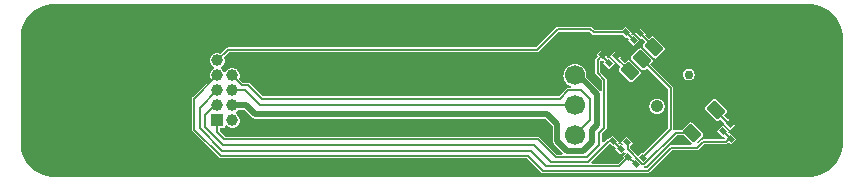
<source format=gtl>
G04*
G04 #@! TF.GenerationSoftware,Altium Limited,Altium Designer,22.10.1 (41)*
G04*
G04 Layer_Physical_Order=1*
G04 Layer_Color=255*
%FSLAX43Y43*%
%MOMM*%
G71*
G04*
G04 #@! TF.SameCoordinates,A06D47DE-3B52-4099-82B1-BC196321E02B*
G04*
G04*
G04 #@! TF.FilePolarity,Positive*
G04*
G01*
G75*
%ADD10C,0.200*%
G04:AMPARAMS|DCode=12|XSize=0.48mm|YSize=0.38mm|CornerRadius=0mm|HoleSize=0mm|Usage=FLASHONLY|Rotation=135.000|XOffset=0mm|YOffset=0mm|HoleType=Round|Shape=Rectangle|*
%AMROTATEDRECTD12*
4,1,4,0.304,-0.035,0.035,-0.304,-0.304,0.035,-0.035,0.304,0.304,-0.035,0.0*
%
%ADD12ROTATEDRECTD12*%

G04:AMPARAMS|DCode=13|XSize=2mm|YSize=1.8mm|CornerRadius=0.045mm|HoleSize=0mm|Usage=FLASHONLY|Rotation=315.000|XOffset=0mm|YOffset=0mm|HoleType=Round|Shape=RoundedRectangle|*
%AMROUNDEDRECTD13*
21,1,2.000,1.710,0,0,315.0*
21,1,1.910,1.800,0,0,315.0*
1,1,0.090,0.071,-1.280*
1,1,0.090,-1.280,0.071*
1,1,0.090,-0.071,1.280*
1,1,0.090,1.280,-0.071*
%
%ADD13ROUNDEDRECTD13*%
G04:AMPARAMS|DCode=14|XSize=1.35mm|YSize=1mm|CornerRadius=0.05mm|HoleSize=0mm|Usage=FLASHONLY|Rotation=315.000|XOffset=0mm|YOffset=0mm|HoleType=Round|Shape=RoundedRectangle|*
%AMROUNDEDRECTD14*
21,1,1.350,0.900,0,0,315.0*
21,1,1.250,1.000,0,0,315.0*
1,1,0.100,0.124,-0.760*
1,1,0.100,-0.760,0.124*
1,1,0.100,-0.124,0.760*
1,1,0.100,0.760,-0.124*
%
%ADD14ROUNDEDRECTD14*%
%ADD25C,0.500*%
%ADD26C,0.150*%
%ADD27C,0.350*%
%ADD28C,7.400*%
%ADD29C,1.000*%
%ADD30R,1.000X1.000*%
%ADD31C,0.750*%
%ADD32C,1.050*%
%ADD33C,1.700*%
G04:AMPARAMS|DCode=34|XSize=1.7mm|YSize=1.7mm|CornerRadius=0.17mm|HoleSize=0mm|Usage=FLASHONLY|Rotation=180.000|XOffset=0mm|YOffset=0mm|HoleType=Round|Shape=RoundedRectangle|*
%AMROUNDEDRECTD34*
21,1,1.700,1.360,0,0,180.0*
21,1,1.360,1.700,0,0,180.0*
1,1,0.340,-0.680,0.680*
1,1,0.340,0.680,0.680*
1,1,0.340,0.680,-0.680*
1,1,0.340,-0.680,-0.680*
%
%ADD34ROUNDEDRECTD34*%
%ADD35C,0.600*%
G36*
X67547Y14748D02*
X67901Y14653D01*
X68239Y14513D01*
X68557Y14330D01*
X68848Y14107D01*
X69107Y13848D01*
X69330Y13557D01*
X69513Y13239D01*
X69653Y12901D01*
X69748Y12547D01*
X69796Y12183D01*
Y12000D01*
Y3000D01*
Y2817D01*
X69748Y2453D01*
X69653Y2099D01*
X69513Y1761D01*
X69330Y1443D01*
X69107Y1152D01*
X68848Y893D01*
X68557Y670D01*
X68239Y487D01*
X67901Y347D01*
X67547Y252D01*
X67183Y204D01*
X2817D01*
X2453Y252D01*
X2099Y347D01*
X1761Y487D01*
X1443Y670D01*
X1152Y893D01*
X893Y1152D01*
X670Y1443D01*
X487Y1761D01*
X347Y2099D01*
X252Y2453D01*
X204Y2817D01*
Y3000D01*
Y12000D01*
Y12183D01*
X252Y12547D01*
X347Y12901D01*
X487Y13239D01*
X670Y13557D01*
X893Y13848D01*
X1152Y14107D01*
X1443Y14330D01*
X1761Y14513D01*
X2099Y14653D01*
X2453Y14748D01*
X2817Y14796D01*
X67183D01*
X67547Y14748D01*
D02*
G37*
%LPC*%
G36*
X51427Y12893D02*
X51147Y12613D01*
X48798D01*
X48594Y12817D01*
X48564Y12842D01*
X48529Y12860D01*
X48491Y12872D01*
X48452Y12876D01*
X45675D01*
X45635Y12872D01*
X45598Y12860D01*
X45563Y12842D01*
X45532Y12817D01*
X43861Y11145D01*
X17769D01*
X17730Y11141D01*
X17692Y11129D01*
X17657Y11111D01*
X17627Y11086D01*
X17141Y10601D01*
X17105Y10618D01*
X17038Y10642D01*
X16970Y10657D01*
X16900Y10665D01*
X16830D01*
X16760Y10657D01*
X16692Y10642D01*
X16625Y10618D01*
X16562Y10588D01*
X16503Y10551D01*
X16448Y10507D01*
X16398Y10457D01*
X16354Y10402D01*
X16317Y10343D01*
X16287Y10280D01*
X16263Y10213D01*
X16248Y10145D01*
X16240Y10075D01*
Y10005D01*
X16248Y9935D01*
X16263Y9867D01*
X16287Y9800D01*
X16317Y9737D01*
X16354Y9678D01*
X16398Y9623D01*
X16448Y9573D01*
X16503Y9529D01*
X16562Y9492D01*
X16573Y9487D01*
X16578Y9473D01*
Y9337D01*
X16573Y9323D01*
X16562Y9318D01*
X16503Y9281D01*
X16448Y9237D01*
X16398Y9187D01*
X16354Y9132D01*
X16317Y9073D01*
X16287Y9010D01*
X16263Y8943D01*
X16248Y8875D01*
X16240Y8805D01*
Y8735D01*
X16248Y8665D01*
X16263Y8597D01*
X16287Y8530D01*
X16304Y8494D01*
X14764Y6953D01*
X14739Y6923D01*
X14720Y6888D01*
X14709Y6850D01*
X14705Y6811D01*
Y4194D01*
X14709Y4155D01*
X14720Y4117D01*
X14739Y4082D01*
X14764Y4052D01*
X17010Y1806D01*
X17040Y1781D01*
X17075Y1763D01*
X17112Y1751D01*
X17152Y1747D01*
X43103D01*
X44269Y581D01*
X44299Y556D01*
X44334Y538D01*
X44372Y526D01*
X44411Y522D01*
X53326D01*
X53366Y526D01*
X53403Y538D01*
X53438Y556D01*
X53468Y581D01*
X55348Y2461D01*
X57495D01*
X57535Y2465D01*
X57572Y2476D01*
X57607Y2495D01*
X57637Y2520D01*
X58071Y2954D01*
X59902D01*
X59941Y2958D01*
X59979Y2969D01*
X60013Y2988D01*
X60044Y3013D01*
X60163Y3132D01*
X60356Y2940D01*
X60802Y3385D01*
X60285Y3902D01*
X60205Y3821D01*
X60071Y3955D01*
X60152Y4035D01*
X59635Y4552D01*
X59190Y4106D01*
X59706Y3590D01*
X59706D01*
X59831Y3503D01*
X59813Y3432D01*
X59731Y3356D01*
X57988D01*
X57949Y3352D01*
X57911Y3341D01*
X57877Y3322D01*
X57846Y3297D01*
X57519Y2970D01*
X57514Y2971D01*
X57466Y3136D01*
X57941Y3610D01*
X57963Y3637D01*
X57979Y3667D01*
X57989Y3700D01*
X57992Y3735D01*
X57989Y3769D01*
X57979Y3802D01*
X57963Y3832D01*
X57941Y3859D01*
X57057Y4743D01*
X57030Y4765D01*
X57000Y4781D01*
X56967Y4791D01*
X56933Y4794D01*
X56898Y4791D01*
X56865Y4781D01*
X56835Y4765D01*
X56808Y4743D01*
X56198Y4133D01*
X55662D01*
X55622Y4129D01*
X55585Y4118D01*
X55556Y4128D01*
X55484Y4176D01*
X55452Y4213D01*
Y7679D01*
X55448Y7718D01*
X55437Y7756D01*
X55418Y7790D01*
X55393Y7821D01*
X53504Y9710D01*
X53681Y9886D01*
X53702Y9913D01*
X53719Y9943D01*
X53729Y9976D01*
X53732Y10010D01*
X53729Y10045D01*
X53719Y10078D01*
X53702Y10108D01*
X53681Y10135D01*
X52797Y11018D01*
X52770Y11040D01*
X52740Y11057D01*
X52707Y11067D01*
X52672Y11070D01*
X52638Y11067D01*
X52605Y11057D01*
X52575Y11040D01*
X52548Y11018D01*
X51912Y10382D01*
X51890Y10355D01*
X51873Y10325D01*
X51863Y10292D01*
X51860Y10258D01*
X51863Y10223D01*
X51873Y10190D01*
X51890Y10160D01*
X51912Y10133D01*
X52795Y9249D01*
X52822Y9228D01*
X52852Y9211D01*
X52885Y9201D01*
X52920Y9198D01*
X52954Y9201D01*
X52987Y9211D01*
X53017Y9228D01*
X53044Y9249D01*
X53220Y9426D01*
X55050Y7595D01*
Y4289D01*
X52942Y2181D01*
X52825Y2297D01*
X52463Y1936D01*
X51795Y2604D01*
Y2829D01*
X52039Y3073D01*
X51523Y3589D01*
X51078Y3144D01*
X51300Y2922D01*
X51297Y2910D01*
X51135Y2861D01*
X50965Y3031D01*
X50884Y2950D01*
X50750Y3084D01*
X50831Y3165D01*
X50315Y3681D01*
X50070Y3436D01*
X50027D01*
X49987Y3432D01*
X49950Y3421D01*
X49915Y3402D01*
X49885Y3377D01*
X49564Y3057D01*
X49414Y3119D01*
Y3830D01*
X49780Y4196D01*
X49805Y4226D01*
X49824Y4261D01*
X49835Y4299D01*
X49839Y4338D01*
Y8412D01*
X49835Y8451D01*
X49824Y8489D01*
X49805Y8524D01*
X49780Y8554D01*
X49251Y9083D01*
Y9967D01*
X49392Y10039D01*
X49449Y9982D01*
X49521Y10054D01*
X49629Y9945D01*
X49540Y9856D01*
X50056Y9340D01*
X50502Y9785D01*
X49985Y10302D01*
X49913Y10229D01*
X49805Y10338D01*
X49894Y10427D01*
X49378Y10943D01*
X48932Y10498D01*
X49048Y10382D01*
X48908Y10241D01*
X48883Y10211D01*
X48864Y10176D01*
X48853Y10138D01*
X48849Y10099D01*
Y9000D01*
X48853Y8961D01*
X48864Y8923D01*
X48883Y8888D01*
X48908Y8858D01*
X49437Y8329D01*
Y7517D01*
X49363Y7476D01*
X49287Y7465D01*
X49273Y7482D01*
X48108Y8647D01*
X48115Y8727D01*
Y8813D01*
X48108Y8897D01*
X48093Y8981D01*
X48071Y9063D01*
X48042Y9143D01*
X48006Y9221D01*
X47963Y9294D01*
X47914Y9364D01*
X47860Y9429D01*
X47799Y9490D01*
X47734Y9544D01*
X47664Y9593D01*
X47591Y9636D01*
X47513Y9672D01*
X47433Y9701D01*
X47351Y9723D01*
X47267Y9738D01*
X47183Y9745D01*
X47097D01*
X47013Y9738D01*
X46929Y9723D01*
X46847Y9701D01*
X46767Y9672D01*
X46689Y9636D01*
X46616Y9593D01*
X46546Y9544D01*
X46481Y9490D01*
X46420Y9429D01*
X46366Y9364D01*
X46317Y9294D01*
X46274Y9221D01*
X46238Y9143D01*
X46209Y9063D01*
X46187Y8981D01*
X46172Y8897D01*
X46165Y8813D01*
Y8727D01*
X46172Y8643D01*
X46187Y8559D01*
X46209Y8477D01*
X46238Y8397D01*
X46274Y8319D01*
X46317Y8246D01*
X46366Y8176D01*
X46420Y8111D01*
X46481Y8050D01*
X46546Y7996D01*
X46616Y7947D01*
X46689Y7904D01*
X46767Y7868D01*
X46814Y7851D01*
X46788Y7701D01*
X46550D01*
X46511Y7697D01*
X46473Y7686D01*
X46438Y7667D01*
X46408Y7642D01*
X45767Y7001D01*
X20701D01*
X19589Y8113D01*
X19558Y8138D01*
X19523Y8156D01*
X19486Y8168D01*
X19446Y8172D01*
X19017D01*
X18696Y8494D01*
X18713Y8530D01*
X18737Y8597D01*
X18752Y8665D01*
X18760Y8735D01*
Y8805D01*
X18752Y8875D01*
X18737Y8943D01*
X18713Y9010D01*
X18683Y9073D01*
X18646Y9132D01*
X18602Y9187D01*
X18552Y9237D01*
X18497Y9281D01*
X18438Y9318D01*
X18375Y9348D01*
X18308Y9372D01*
X18240Y9387D01*
X18170Y9395D01*
X18100D01*
X18030Y9387D01*
X17962Y9372D01*
X17895Y9348D01*
X17832Y9318D01*
X17773Y9281D01*
X17718Y9237D01*
X17668Y9187D01*
X17624Y9132D01*
X17587Y9073D01*
X17582Y9062D01*
X17568Y9057D01*
X17432D01*
X17418Y9062D01*
X17413Y9073D01*
X17376Y9132D01*
X17332Y9187D01*
X17282Y9237D01*
X17227Y9281D01*
X17168Y9318D01*
X17157Y9323D01*
X17152Y9337D01*
Y9473D01*
X17157Y9487D01*
X17168Y9492D01*
X17227Y9529D01*
X17282Y9573D01*
X17332Y9623D01*
X17376Y9678D01*
X17413Y9737D01*
X17443Y9800D01*
X17467Y9867D01*
X17482Y9935D01*
X17490Y10005D01*
Y10075D01*
X17482Y10145D01*
X17467Y10213D01*
X17443Y10280D01*
X17426Y10316D01*
X17852Y10743D01*
X43944D01*
X43983Y10747D01*
X44021Y10758D01*
X44055Y10777D01*
X44086Y10802D01*
X45758Y12474D01*
X48369D01*
X48572Y12270D01*
X48603Y12245D01*
X48638Y12227D01*
X48675Y12215D01*
X48714Y12211D01*
X51218D01*
X51498Y11931D01*
X51582Y12016D01*
X51716Y11882D01*
X51640Y11806D01*
X52156Y11290D01*
X52602Y11735D01*
X52085Y12252D01*
X52000Y12167D01*
X51867Y12300D01*
X51943Y12377D01*
X51427Y12893D01*
D02*
G37*
G36*
X52644Y12810D02*
X52198Y12365D01*
X52715Y11848D01*
X52778Y11912D01*
X53109Y11580D01*
X52919Y11390D01*
X52897Y11363D01*
X52881Y11333D01*
X52871Y11300D01*
X52868Y11265D01*
X52871Y11231D01*
X52881Y11198D01*
X52897Y11168D01*
X52919Y11141D01*
X53803Y10257D01*
X53830Y10235D01*
X53860Y10219D01*
X53893Y10209D01*
X53927Y10206D01*
X53962Y10209D01*
X53995Y10219D01*
X54025Y10235D01*
X54052Y10257D01*
X54688Y10894D01*
X54710Y10920D01*
X54726Y10951D01*
X54736Y10984D01*
X54740Y11018D01*
X54736Y11052D01*
X54726Y11085D01*
X54710Y11116D01*
X54688Y11142D01*
X53804Y12026D01*
X53778Y12048D01*
X53747Y12064D01*
X53714Y12074D01*
X53680Y12078D01*
X53646Y12074D01*
X53613Y12064D01*
X53582Y12048D01*
X53556Y12026D01*
X53429Y11899D01*
X53097Y12231D01*
X53160Y12294D01*
X52644Y12810D01*
D02*
G37*
G36*
X56802Y9344D02*
X56745D01*
X56690Y9337D01*
X56635Y9325D01*
X56582Y9306D01*
X56531Y9282D01*
X56484Y9252D01*
X56440Y9217D01*
X56400Y9177D01*
X56365Y9133D01*
X56335Y9086D01*
X56311Y9035D01*
X56292Y8982D01*
X56280Y8927D01*
X56273Y8872D01*
Y8815D01*
X56280Y8760D01*
X56292Y8705D01*
X56311Y8652D01*
X56335Y8601D01*
X56365Y8554D01*
X56400Y8510D01*
X56440Y8470D01*
X56484Y8435D01*
X56531Y8405D01*
X56582Y8381D01*
X56635Y8362D01*
X56690Y8350D01*
X56745Y8344D01*
X56802D01*
X56857Y8350D01*
X56912Y8362D01*
X56965Y8381D01*
X57016Y8405D01*
X57063Y8435D01*
X57107Y8470D01*
X57147Y8510D01*
X57182Y8554D01*
X57212Y8601D01*
X57236Y8652D01*
X57255Y8705D01*
X57267Y8760D01*
X57273Y8815D01*
Y8872D01*
X57267Y8927D01*
X57255Y8982D01*
X57236Y9035D01*
X57212Y9086D01*
X57182Y9133D01*
X57147Y9177D01*
X57107Y9217D01*
X57063Y9252D01*
X57016Y9282D01*
X56965Y9306D01*
X56912Y9325D01*
X56857Y9337D01*
X56802Y9344D01*
D02*
G37*
G36*
X50544Y10860D02*
X50098Y10415D01*
X50615Y9898D01*
X50648Y9932D01*
X51055Y9526D01*
X50904Y9374D01*
X50882Y9348D01*
X50866Y9317D01*
X50856Y9284D01*
X50852Y9250D01*
X50856Y9216D01*
X50866Y9183D01*
X50882Y9152D01*
X50904Y9126D01*
X51788Y8242D01*
X51814Y8220D01*
X51845Y8204D01*
X51878Y8194D01*
X51912Y8190D01*
X51946Y8194D01*
X51979Y8204D01*
X52010Y8220D01*
X52036Y8242D01*
X52673Y8878D01*
X52695Y8905D01*
X52711Y8935D01*
X52721Y8968D01*
X52724Y9003D01*
X52721Y9037D01*
X52711Y9070D01*
X52695Y9100D01*
X52673Y9127D01*
X51789Y10011D01*
X51762Y10033D01*
X51732Y10049D01*
X51699Y10059D01*
X51665Y10062D01*
X51630Y10059D01*
X51597Y10049D01*
X51567Y10033D01*
X51540Y10011D01*
X51374Y9845D01*
X50968Y10251D01*
X51060Y10344D01*
X50544Y10860D01*
D02*
G37*
G36*
X54118Y6806D02*
X54055D01*
X53991Y6800D01*
X53928Y6788D01*
X53867Y6769D01*
X53808Y6745D01*
X53752Y6715D01*
X53699Y6679D01*
X53649Y6639D01*
X53604Y6594D01*
X53564Y6544D01*
X53528Y6491D01*
X53498Y6435D01*
X53474Y6376D01*
X53455Y6315D01*
X53443Y6252D01*
X53437Y6188D01*
Y6125D01*
X53443Y6061D01*
X53455Y5998D01*
X53474Y5937D01*
X53498Y5878D01*
X53528Y5822D01*
X53564Y5769D01*
X53604Y5719D01*
X53649Y5674D01*
X53699Y5634D01*
X53752Y5598D01*
X53808Y5568D01*
X53867Y5544D01*
X53928Y5525D01*
X53991Y5513D01*
X54055Y5506D01*
X54118D01*
X54182Y5513D01*
X54245Y5525D01*
X54306Y5544D01*
X54365Y5568D01*
X54421Y5598D01*
X54474Y5634D01*
X54524Y5674D01*
X54569Y5719D01*
X54609Y5769D01*
X54645Y5822D01*
X54675Y5878D01*
X54699Y5937D01*
X54718Y5998D01*
X54730Y6061D01*
X54736Y6125D01*
Y6188D01*
X54730Y6252D01*
X54718Y6315D01*
X54699Y6376D01*
X54675Y6435D01*
X54645Y6491D01*
X54609Y6544D01*
X54569Y6594D01*
X54524Y6639D01*
X54474Y6679D01*
X54421Y6715D01*
X54365Y6745D01*
X54306Y6769D01*
X54245Y6788D01*
X54182Y6800D01*
X54118Y6806D01*
D02*
G37*
G36*
X58948Y6810D02*
X58914Y6806D01*
X58881Y6796D01*
X58850Y6780D01*
X58824Y6758D01*
X58187Y6122D01*
X58165Y6095D01*
X58149Y6065D01*
X58139Y6032D01*
X58136Y5997D01*
X58139Y5963D01*
X58149Y5930D01*
X58165Y5900D01*
X58187Y5873D01*
X59071Y4989D01*
X59098Y4967D01*
X59128Y4951D01*
X59161Y4941D01*
X59195Y4938D01*
X59230Y4941D01*
X59263Y4951D01*
X59293Y4967D01*
X59320Y4989D01*
X59416Y5086D01*
X59793Y4709D01*
X59748Y4665D01*
X60265Y4148D01*
X60403Y4287D01*
X60426Y4296D01*
X60456Y4315D01*
X60483Y4338D01*
X60506Y4365D01*
X60524Y4395D01*
X60534Y4418D01*
X60710Y4594D01*
X60194Y5110D01*
X60112Y5028D01*
X59735Y5405D01*
X59956Y5626D01*
X59978Y5652D01*
X59994Y5683D01*
X60004Y5716D01*
X60008Y5750D01*
X60004Y5784D01*
X59994Y5817D01*
X59978Y5848D01*
X59956Y5874D01*
X59072Y6758D01*
X59046Y6780D01*
X59015Y6796D01*
X58982Y6806D01*
X58948Y6810D01*
D02*
G37*
%LPD*%
G36*
X19777Y5232D02*
X19814Y5199D01*
X19855Y5172D01*
X19899Y5150D01*
X19945Y5135D01*
X19993Y5125D01*
X20042Y5122D01*
X44647D01*
X45274Y4494D01*
Y3200D01*
X45277Y3151D01*
X45287Y3103D01*
X45303Y3056D01*
X45325Y3012D01*
X45352Y2971D01*
X45384Y2934D01*
X46129Y2190D01*
X46066Y2040D01*
X45594D01*
X44142Y3492D01*
X44112Y3517D01*
X44077Y3536D01*
X44039Y3547D01*
X44000Y3551D01*
X17550D01*
X17066Y4035D01*
Y4335D01*
X17490D01*
Y4530D01*
X17573Y4572D01*
X17640Y4578D01*
X17668Y4543D01*
X17718Y4493D01*
X17773Y4449D01*
X17832Y4412D01*
X17895Y4382D01*
X17962Y4358D01*
X18030Y4343D01*
X18100Y4335D01*
X18170D01*
X18240Y4343D01*
X18308Y4358D01*
X18375Y4382D01*
X18438Y4412D01*
X18497Y4449D01*
X18552Y4493D01*
X18602Y4543D01*
X18646Y4598D01*
X18683Y4657D01*
X18713Y4720D01*
X18737Y4787D01*
X18752Y4855D01*
X18760Y4925D01*
Y4995D01*
X18752Y5065D01*
X18737Y5133D01*
X18713Y5200D01*
X18683Y5263D01*
X18646Y5322D01*
X18602Y5377D01*
X18552Y5427D01*
X18497Y5471D01*
X18438Y5508D01*
X18427Y5513D01*
X18422Y5527D01*
Y5663D01*
X18427Y5677D01*
X18438Y5682D01*
X18497Y5719D01*
X18552Y5763D01*
X18602Y5813D01*
X18635Y5854D01*
X19154D01*
X19777Y5232D01*
D02*
G37*
G36*
X50385Y2719D02*
X50466Y2800D01*
X50600Y2666D01*
X50519Y2585D01*
X51035Y2069D01*
X51232Y2266D01*
X51405Y2226D01*
X51419Y2185D01*
X51169Y1935D01*
X51285Y1819D01*
X50763Y1297D01*
X48585D01*
X48523Y1447D01*
X50090Y3014D01*
X50385Y2719D01*
D02*
G37*
G36*
X57017Y3013D02*
X56964Y2870D01*
X56958Y2863D01*
X55265D01*
X55226Y2859D01*
X55188Y2848D01*
X55154Y2829D01*
X55123Y2804D01*
X53243Y924D01*
X53026D01*
X53019Y1074D01*
X53043Y1077D01*
X53080Y1088D01*
X53115Y1107D01*
X53146Y1132D01*
X55745Y3731D01*
X56299D01*
X57017Y3013D01*
D02*
G37*
D10*
X57056Y3794D02*
Y3858D01*
X52679Y12329D02*
X53804Y11205D01*
Y11142D02*
Y11205D01*
X50471Y10429D02*
X51774Y9126D01*
X51788D01*
X59072Y5749D02*
X60323Y4498D01*
X59072Y5749D02*
Y5874D01*
D12*
X60879Y3979D02*
D03*
X60321Y3421D02*
D03*
X52679Y12329D02*
D03*
X52121Y11771D02*
D03*
X52021Y12971D02*
D03*
X51462Y12412D02*
D03*
X60229Y4629D02*
D03*
X59671Y4071D02*
D03*
X50579Y10379D02*
D03*
X50021Y9821D02*
D03*
X49972Y11021D02*
D03*
X49413Y10462D02*
D03*
X52861Y1817D02*
D03*
X52302Y1258D02*
D03*
X52209Y2459D02*
D03*
X51650Y1900D02*
D03*
X51559Y3109D02*
D03*
X51000Y2550D02*
D03*
X50909Y3759D02*
D03*
X50350Y3200D02*
D03*
D13*
X52566Y4636D02*
D03*
X58294Y10364D02*
D03*
D14*
X57056Y3858D02*
D03*
X58064Y4866D02*
D03*
X59072Y5874D02*
D03*
X51788Y9126D02*
D03*
X52796Y10134D02*
D03*
X53804Y11142D02*
D03*
D25*
X20042Y5498D02*
X44802D01*
X45650Y4650D01*
Y3200D02*
Y4650D01*
Y3200D02*
X46450Y2400D01*
X19310Y6230D02*
X20042Y5498D01*
X46450Y2400D02*
X47859D01*
X48602Y3143D01*
Y4178D01*
X47453Y8770D02*
X49007Y7216D01*
Y4583D02*
Y7216D01*
X48602Y4178D02*
X49007Y4583D01*
X18135Y6230D02*
X19310D01*
X47140Y8770D02*
X47453D01*
D26*
X44000Y3350D02*
X45511Y1839D01*
X48133D02*
X49213Y2919D01*
X45511Y1839D02*
X48133D01*
X48255Y1464D02*
X50027Y3235D01*
X43682Y2868D02*
X45086Y1464D01*
X48255D01*
X44721Y1096D02*
X50846D01*
X51650Y1900D01*
X43414Y2403D02*
X44721Y1096D01*
X43186Y1948D02*
X44411Y723D01*
X53326D02*
X55265Y2662D01*
X44411Y723D02*
X53326D01*
X55265Y2662D02*
X57495D01*
X17249Y2403D02*
X43414D01*
X17152Y1948D02*
X43186D01*
X17359Y2868D02*
X43682D01*
X17467Y3350D02*
X44000D01*
X49213Y2919D02*
Y3913D01*
X50315Y3235D02*
X50350Y3200D01*
X51594Y2521D02*
Y3073D01*
Y2521D02*
X52841Y1274D01*
X49213Y3913D02*
X49638Y4338D01*
Y8412D01*
X50027Y3235D02*
X50315D01*
X15358Y4293D02*
X17249Y2403D01*
X14906Y4194D02*
X17152Y1948D01*
X15790Y4438D02*
X17359Y2868D01*
X16865Y3952D02*
X17467Y3350D01*
X16865Y3952D02*
Y4960D01*
X49050Y9000D02*
X49638Y8412D01*
X47140Y3690D02*
X48420Y4970D01*
Y6763D01*
X47682Y7500D02*
X48420Y6763D01*
X45675Y12675D02*
X48452D01*
X48714Y12412D02*
X51462D01*
X48452Y12675D02*
X48714Y12412D01*
X43944Y10944D02*
X45675Y12675D01*
X17769Y10944D02*
X43944D01*
X16865Y10040D02*
X17769Y10944D01*
X14906Y4194D02*
Y6811D01*
X16865Y8770D01*
X15358Y4293D02*
Y5993D01*
X16865Y7500D01*
X15790Y5409D02*
X16375Y5995D01*
X15790Y4438D02*
Y5409D01*
X16400Y5995D02*
X16635Y6230D01*
X16375Y5995D02*
X16400D01*
X16635Y6230D02*
X16865D01*
X52302Y1251D02*
Y1258D01*
X57495Y2662D02*
X57988Y3155D01*
X59902D01*
X60167Y3421D02*
X60321D01*
X59671Y4071D02*
X60321Y3421D01*
X60321D01*
X59902Y3155D02*
X60167Y3421D01*
X51650Y1900D02*
X51655D01*
X52297Y1258D02*
X52302D01*
X51655Y1900D02*
X52297Y1258D01*
X52841Y1274D02*
X53003D01*
X55662Y3932D01*
X56983D01*
X57056Y3858D01*
X52850Y1805D02*
X55251Y4206D01*
X52796Y10134D02*
X55251Y7679D01*
Y4206D02*
Y7679D01*
X50350Y3200D02*
X51000Y2550D01*
X50350Y3200D02*
Y3200D01*
X51559Y3109D02*
X51594Y3073D01*
X52796Y10134D02*
Y10134D01*
X51471Y12412D02*
X52112Y11771D01*
X52121D01*
X49413Y10445D02*
Y10462D01*
X50021Y9821D02*
Y9838D01*
X49413Y10445D02*
X50021Y9838D01*
X49050Y10099D02*
X49413Y10462D01*
X49050Y9000D02*
Y10099D01*
X46550Y7500D02*
X47682D01*
X18934Y7971D02*
X19446D01*
X20617Y6800D01*
X18135Y7500D02*
X19217D01*
X20487Y6230D02*
X47140D01*
X20617Y6800D02*
X45850D01*
X19217Y7500D02*
X20487Y6230D01*
X45850Y6800D02*
X46550Y7500D01*
X18135Y8770D02*
X18934Y7971D01*
D27*
X57238Y11419D02*
X58294Y10364D01*
X59349Y9308D01*
X52548Y4618D02*
X53604Y3563D01*
X57307Y5640D02*
X58072Y4874D01*
X51493Y5674D02*
X52548Y4618D01*
X50469Y4195D02*
X50905Y3759D01*
X50905D01*
X50465Y4195D02*
X50469D01*
X52209Y2462D02*
X52599Y2852D01*
X49972Y11025D02*
X50362Y11415D01*
X52021Y12974D02*
X52411Y13364D01*
X60879Y3983D02*
X61269Y4373D01*
D28*
X5000Y7500D02*
D03*
X65000D02*
D03*
D29*
X16865Y8770D02*
D03*
Y7500D02*
D03*
X18135Y8770D02*
D03*
Y7500D02*
D03*
X16865Y10040D02*
D03*
X18135D02*
D03*
X16865Y6230D02*
D03*
X18135D02*
D03*
Y4960D02*
D03*
D30*
X16865D02*
D03*
D31*
X56773Y8844D02*
D03*
D32*
X54086Y6156D02*
D03*
D33*
X47140Y3690D02*
D03*
Y6230D02*
D03*
Y8770D02*
D03*
D34*
Y11310D02*
D03*
D35*
X13150Y3350D02*
D03*
Y5350D02*
D03*
Y7350D02*
D03*
Y11350D02*
D03*
Y9350D02*
D03*
X69500Y4000D02*
D03*
Y3000D02*
D03*
Y5000D02*
D03*
Y7000D02*
D03*
Y6000D02*
D03*
Y10000D02*
D03*
Y11000D02*
D03*
Y9000D02*
D03*
Y8000D02*
D03*
Y12000D02*
D03*
X500D02*
D03*
Y8000D02*
D03*
Y9000D02*
D03*
Y11000D02*
D03*
Y10000D02*
D03*
Y6000D02*
D03*
Y7000D02*
D03*
Y5000D02*
D03*
Y3000D02*
D03*
Y4000D02*
D03*
X19250Y12100D02*
D03*
X22250D02*
D03*
X25250D02*
D03*
X31250D02*
D03*
X28250D02*
D03*
X34250D02*
D03*
X37250D02*
D03*
X43250D02*
D03*
X40250D02*
D03*
X20350Y10050D02*
D03*
X23350D02*
D03*
X26350D02*
D03*
X32350D02*
D03*
X29350D02*
D03*
X35350D02*
D03*
X38350D02*
D03*
X44350D02*
D03*
X41350D02*
D03*
X21000Y7850D02*
D03*
X24000D02*
D03*
X27000D02*
D03*
X33000D02*
D03*
X30000D02*
D03*
X36000D02*
D03*
X39000D02*
D03*
X45000D02*
D03*
X42000D02*
D03*
X40200Y4200D02*
D03*
X43200D02*
D03*
X37200D02*
D03*
X34200D02*
D03*
X28200D02*
D03*
X31200D02*
D03*
X25200D02*
D03*
X22200D02*
D03*
X19200D02*
D03*
X55950Y3250D02*
D03*
X50450Y1750D02*
D03*
X49450D02*
D03*
X4000Y500D02*
D03*
X5000D02*
D03*
X7000D02*
D03*
X6000D02*
D03*
X10000D02*
D03*
X11000D02*
D03*
X9000D02*
D03*
X8000D02*
D03*
X14000D02*
D03*
X15000D02*
D03*
X13000D02*
D03*
X12000D02*
D03*
X18000D02*
D03*
X19000D02*
D03*
X17000D02*
D03*
X16000D02*
D03*
X22000D02*
D03*
X23000D02*
D03*
X21000D02*
D03*
X20000D02*
D03*
X26000D02*
D03*
X27000D02*
D03*
X25000D02*
D03*
X24000D02*
D03*
X30000D02*
D03*
X31000D02*
D03*
X29000D02*
D03*
X28000D02*
D03*
X34000D02*
D03*
X35000D02*
D03*
X33000D02*
D03*
X32000D02*
D03*
X38000D02*
D03*
X39000D02*
D03*
X37000D02*
D03*
X36000D02*
D03*
X42000D02*
D03*
X43000D02*
D03*
X41000D02*
D03*
X40000D02*
D03*
X54168D02*
D03*
X55168D02*
D03*
X58168D02*
D03*
X59168D02*
D03*
X57168D02*
D03*
X56168D02*
D03*
X62168D02*
D03*
X63168D02*
D03*
X61168D02*
D03*
X60168D02*
D03*
X66168D02*
D03*
X65168D02*
D03*
X64168D02*
D03*
Y14500D02*
D03*
X65168D02*
D03*
X66168D02*
D03*
X60168D02*
D03*
X61168D02*
D03*
X63168D02*
D03*
X62168D02*
D03*
X56168D02*
D03*
X57168D02*
D03*
X59168D02*
D03*
X58168D02*
D03*
X52168D02*
D03*
X53168D02*
D03*
X55168D02*
D03*
X54168D02*
D03*
X48000D02*
D03*
X49000D02*
D03*
X51000D02*
D03*
X50000D02*
D03*
X44000D02*
D03*
X45000D02*
D03*
X47000D02*
D03*
X46000D02*
D03*
X40000D02*
D03*
X41000D02*
D03*
X43000D02*
D03*
X42000D02*
D03*
X36000D02*
D03*
X37000D02*
D03*
X39000D02*
D03*
X38000D02*
D03*
X32000D02*
D03*
X33000D02*
D03*
X35000D02*
D03*
X34000D02*
D03*
X28000D02*
D03*
X29000D02*
D03*
X31000D02*
D03*
X30000D02*
D03*
X24000D02*
D03*
X25000D02*
D03*
X27000D02*
D03*
X26000D02*
D03*
X20000D02*
D03*
X21000D02*
D03*
X23000D02*
D03*
X22000D02*
D03*
X16000D02*
D03*
X17000D02*
D03*
X19000D02*
D03*
X18000D02*
D03*
X12000D02*
D03*
X13000D02*
D03*
X15000D02*
D03*
X14000D02*
D03*
X8000D02*
D03*
X9000D02*
D03*
X11000D02*
D03*
X10000D02*
D03*
X6000D02*
D03*
X7000D02*
D03*
X5000D02*
D03*
X4000D02*
D03*
X57235Y11419D02*
D03*
X59353Y9308D02*
D03*
X53607Y3563D02*
D03*
X51489Y5674D02*
D03*
X50465Y4195D02*
D03*
X52599Y2856D02*
D03*
X57303Y5640D02*
D03*
X50362Y11418D02*
D03*
X52411Y13368D02*
D03*
X61269Y4376D02*
D03*
M02*

</source>
